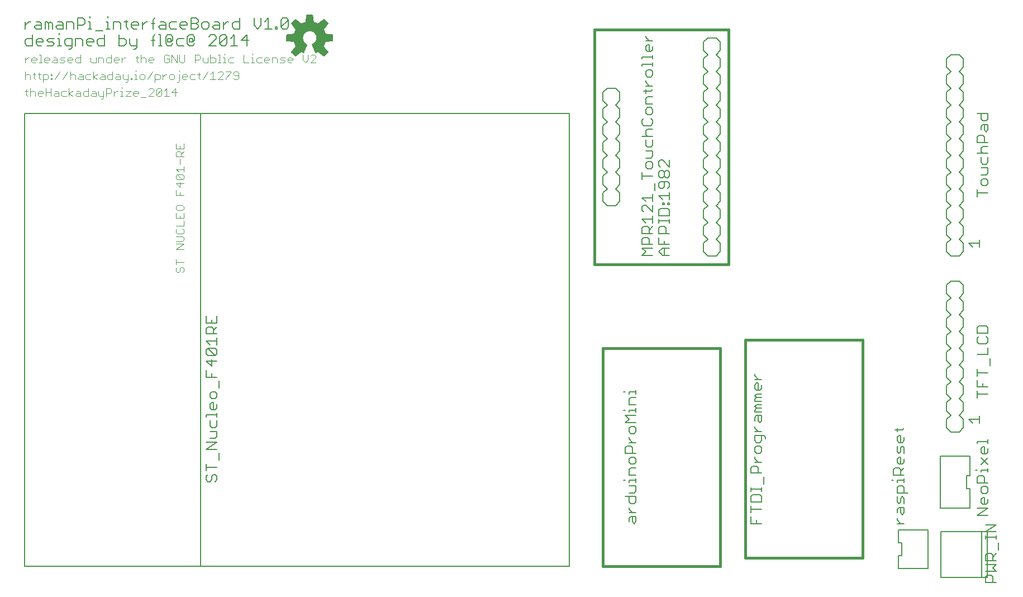
<source format=gto>
G75*
G70*
%OFA0B0*%
%FSLAX24Y24*%
%IPPOS*%
%LPD*%
%AMOC8*
5,1,8,0,0,1.08239X$1,22.5*
%
%ADD10C,0.0160*%
%ADD11C,0.0060*%
%ADD12C,0.0040*%
%ADD13C,0.0050*%
%ADD14C,0.0080*%
%ADD15C,0.0059*%
D10*
X035100Y020100D02*
X035100Y034100D01*
X043100Y034100D01*
X043100Y020100D01*
X035100Y020100D01*
X035600Y015100D02*
X035600Y002100D01*
X042600Y002100D01*
X042600Y015100D01*
X035600Y015100D01*
X044100Y015600D02*
X044100Y002600D01*
X051100Y002600D01*
X051100Y015600D01*
X044100Y015600D01*
D11*
X044643Y013544D02*
X044643Y013438D01*
X044856Y013224D01*
X044643Y013224D02*
X045070Y013224D01*
X044856Y013006D02*
X044750Y013006D01*
X044643Y012900D01*
X044643Y012686D01*
X044750Y012579D01*
X044963Y012579D01*
X045070Y012686D01*
X045070Y012900D01*
X044856Y013006D02*
X044856Y012579D01*
X044750Y012362D02*
X045070Y012362D01*
X045070Y012148D02*
X044750Y012148D01*
X044643Y012255D01*
X044750Y012362D01*
X044750Y012148D02*
X044643Y012042D01*
X044643Y011935D01*
X045070Y011935D01*
X045070Y011717D02*
X044750Y011717D01*
X044643Y011611D01*
X044750Y011504D01*
X045070Y011504D01*
X045070Y011290D02*
X044643Y011290D01*
X044643Y011397D01*
X044750Y011504D01*
X044750Y011073D02*
X045070Y011073D01*
X045070Y010753D01*
X044963Y010646D01*
X044856Y010753D01*
X044856Y011073D01*
X044750Y011073D02*
X044643Y010966D01*
X044643Y010753D01*
X044643Y010429D02*
X044643Y010322D01*
X044856Y010109D01*
X044643Y010109D02*
X045070Y010109D01*
X045070Y009891D02*
X045070Y009571D01*
X044963Y009464D01*
X044750Y009464D01*
X044643Y009571D01*
X044643Y009891D01*
X045177Y009891D01*
X045284Y009784D01*
X045284Y009678D01*
X044963Y009247D02*
X044750Y009247D01*
X044643Y009140D01*
X044643Y008926D01*
X044750Y008820D01*
X044963Y008820D01*
X045070Y008926D01*
X045070Y009140D01*
X044963Y009247D01*
X044643Y008603D02*
X044643Y008496D01*
X044856Y008282D01*
X044643Y008282D02*
X045070Y008282D01*
X044750Y008065D02*
X044856Y007958D01*
X044856Y007638D01*
X045070Y007638D02*
X044429Y007638D01*
X044429Y007958D01*
X044536Y008065D01*
X044750Y008065D01*
X045177Y007420D02*
X045177Y006993D01*
X045070Y006777D02*
X045070Y006564D01*
X045070Y006670D02*
X044429Y006670D01*
X044429Y006564D02*
X044429Y006777D01*
X044536Y006346D02*
X044429Y006239D01*
X044429Y005919D01*
X045070Y005919D01*
X045070Y006239D01*
X044963Y006346D01*
X044536Y006346D01*
X044429Y005702D02*
X044429Y005275D01*
X044429Y005488D02*
X045070Y005488D01*
X044429Y005057D02*
X044429Y004630D01*
X045070Y004630D01*
X044750Y004630D02*
X044750Y004844D01*
X037570Y004737D02*
X037463Y004630D01*
X037356Y004737D01*
X037356Y005057D01*
X037250Y005057D02*
X037570Y005057D01*
X037570Y004737D01*
X037143Y004737D02*
X037143Y004950D01*
X037250Y005057D01*
X037356Y005275D02*
X037143Y005488D01*
X037143Y005595D01*
X037250Y005812D02*
X037143Y005918D01*
X037143Y006239D01*
X036929Y006239D02*
X037570Y006239D01*
X037570Y005918D01*
X037463Y005812D01*
X037250Y005812D01*
X037143Y005275D02*
X037570Y005275D01*
X037463Y006456D02*
X037570Y006563D01*
X037570Y006883D01*
X037143Y006883D01*
X037143Y007101D02*
X037143Y007208D01*
X037570Y007208D01*
X037570Y007314D02*
X037570Y007101D01*
X036929Y007208D02*
X036823Y007208D01*
X037143Y007530D02*
X037143Y007851D01*
X037250Y007958D01*
X037570Y007958D01*
X037463Y008175D02*
X037570Y008282D01*
X037570Y008495D01*
X037463Y008602D01*
X037250Y008602D01*
X037143Y008495D01*
X037143Y008282D01*
X037250Y008175D01*
X037463Y008175D01*
X037570Y007530D02*
X037143Y007530D01*
X037143Y006456D02*
X037463Y006456D01*
X037356Y008820D02*
X037356Y009140D01*
X037250Y009247D01*
X037036Y009247D01*
X036929Y009140D01*
X036929Y008820D01*
X037570Y008820D01*
X037570Y009464D02*
X037143Y009464D01*
X037356Y009464D02*
X037143Y009678D01*
X037143Y009784D01*
X037250Y010001D02*
X037463Y010001D01*
X037570Y010108D01*
X037570Y010322D01*
X037463Y010428D01*
X037250Y010428D01*
X037143Y010322D01*
X037143Y010108D01*
X037250Y010001D01*
X037570Y010646D02*
X036929Y010646D01*
X037143Y010859D01*
X036929Y011073D01*
X037570Y011073D01*
X037570Y011290D02*
X037570Y011504D01*
X037570Y011397D02*
X037143Y011397D01*
X037143Y011290D01*
X036929Y011397D02*
X036823Y011397D01*
X037143Y011720D02*
X037143Y012040D01*
X037250Y012147D01*
X037570Y012147D01*
X037570Y012365D02*
X037570Y012578D01*
X037570Y012471D02*
X037143Y012471D01*
X037143Y012365D01*
X036929Y012471D02*
X036823Y012471D01*
X037143Y011720D02*
X037570Y011720D01*
X037929Y020630D02*
X038143Y020844D01*
X037929Y021057D01*
X038570Y021057D01*
X038570Y021275D02*
X037929Y021275D01*
X037929Y021595D01*
X038036Y021702D01*
X038250Y021702D01*
X038356Y021595D01*
X038356Y021275D01*
X038929Y021275D02*
X038929Y021702D01*
X038929Y021919D02*
X038929Y022239D01*
X039036Y022346D01*
X039250Y022346D01*
X039356Y022239D01*
X039356Y021919D01*
X039570Y021919D02*
X038929Y021919D01*
X038570Y021919D02*
X037929Y021919D01*
X037929Y022239D01*
X038036Y022346D01*
X038250Y022346D01*
X038356Y022239D01*
X038356Y021919D01*
X038356Y022133D02*
X038570Y022346D01*
X038570Y022564D02*
X038570Y022991D01*
X038570Y022777D02*
X037929Y022777D01*
X038143Y022564D01*
X038036Y023208D02*
X037929Y023315D01*
X037929Y023528D01*
X038036Y023635D01*
X038143Y023635D01*
X038570Y023208D01*
X038570Y023635D01*
X038570Y023853D02*
X038570Y024280D01*
X038570Y024066D02*
X037929Y024066D01*
X038143Y023853D01*
X038677Y024497D02*
X038677Y024924D01*
X038929Y024925D02*
X038929Y024711D01*
X039036Y024605D01*
X039143Y024605D01*
X039250Y024711D01*
X039250Y025032D01*
X039463Y025032D02*
X039036Y025032D01*
X038929Y024925D01*
X039036Y025249D02*
X039143Y025249D01*
X039250Y025356D01*
X039250Y025570D01*
X039356Y025676D01*
X039463Y025676D01*
X039570Y025570D01*
X039570Y025356D01*
X039463Y025249D01*
X039356Y025249D01*
X039250Y025356D01*
X039250Y025570D02*
X039143Y025676D01*
X039036Y025676D01*
X038929Y025570D01*
X038929Y025356D01*
X039036Y025249D01*
X038570Y025355D02*
X037929Y025355D01*
X037929Y025142D02*
X037929Y025569D01*
X038250Y025786D02*
X038143Y025893D01*
X038143Y026107D01*
X038250Y026213D01*
X038463Y026213D01*
X038570Y026107D01*
X038570Y025893D01*
X038463Y025786D01*
X038250Y025786D01*
X038929Y026001D02*
X039036Y025894D01*
X038929Y026001D02*
X038929Y026214D01*
X039036Y026321D01*
X039143Y026321D01*
X039570Y025894D01*
X039570Y026321D01*
X038570Y026538D02*
X038570Y026858D01*
X038143Y026858D01*
X038250Y027075D02*
X038143Y027182D01*
X038143Y027503D01*
X038250Y027720D02*
X038143Y027827D01*
X038143Y028040D01*
X038250Y028147D01*
X038570Y028147D01*
X038463Y028365D02*
X038570Y028471D01*
X038570Y028685D01*
X038463Y028792D01*
X038463Y029009D02*
X038570Y029116D01*
X038570Y029329D01*
X038463Y029436D01*
X038250Y029436D01*
X038143Y029329D01*
X038143Y029116D01*
X038250Y029009D01*
X038463Y029009D01*
X038036Y028792D02*
X037929Y028685D01*
X037929Y028471D01*
X038036Y028365D01*
X038463Y028365D01*
X038570Y027720D02*
X037929Y027720D01*
X038570Y027503D02*
X038570Y027182D01*
X038463Y027075D01*
X038250Y027075D01*
X038570Y026538D02*
X038463Y026431D01*
X038143Y026431D01*
X039463Y025032D02*
X039570Y024925D01*
X039570Y024711D01*
X039463Y024605D01*
X039570Y024387D02*
X039570Y023960D01*
X039570Y024174D02*
X038929Y024174D01*
X039143Y023960D01*
X039143Y023745D02*
X039250Y023745D01*
X039250Y023638D01*
X039143Y023638D01*
X039143Y023745D01*
X039463Y023745D02*
X039570Y023745D01*
X039570Y023638D01*
X039463Y023638D01*
X039463Y023745D01*
X039463Y023420D02*
X039036Y023420D01*
X038929Y023314D01*
X038929Y022993D01*
X039570Y022993D01*
X039570Y023314D01*
X039463Y023420D01*
X039570Y022777D02*
X039570Y022564D01*
X039570Y022670D02*
X038929Y022670D01*
X038929Y022564D02*
X038929Y022777D01*
X039250Y021488D02*
X039250Y021275D01*
X039250Y021057D02*
X039250Y020630D01*
X039143Y020630D02*
X038929Y020844D01*
X039143Y021057D01*
X039570Y021057D01*
X039570Y021275D02*
X038929Y021275D01*
X039143Y020630D02*
X039570Y020630D01*
X038570Y020630D02*
X037929Y020630D01*
X038143Y029654D02*
X038143Y029974D01*
X038250Y030081D01*
X038570Y030081D01*
X038463Y030405D02*
X038036Y030405D01*
X038143Y030298D02*
X038143Y030512D01*
X038143Y030728D02*
X038570Y030728D01*
X038356Y030728D02*
X038143Y030941D01*
X038143Y031048D01*
X038250Y031265D02*
X038143Y031372D01*
X038143Y031585D01*
X038250Y031692D01*
X038463Y031692D01*
X038570Y031585D01*
X038570Y031372D01*
X038463Y031265D01*
X038250Y031265D01*
X038570Y031910D02*
X038570Y032123D01*
X038570Y032016D02*
X037929Y032016D01*
X037929Y031910D01*
X037929Y032339D02*
X037929Y032446D01*
X038570Y032446D01*
X038570Y032339D02*
X038570Y032553D01*
X038463Y032769D02*
X038250Y032769D01*
X038143Y032876D01*
X038143Y033089D01*
X038250Y033196D01*
X038356Y033196D01*
X038356Y032769D01*
X038463Y032769D02*
X038570Y032876D01*
X038570Y033089D01*
X038570Y033414D02*
X038143Y033414D01*
X038143Y033627D02*
X038143Y033734D01*
X038143Y033627D02*
X038356Y033414D01*
X038570Y030512D02*
X038463Y030405D01*
X038570Y029654D02*
X038143Y029654D01*
X057429Y021344D02*
X057643Y021130D01*
X057429Y021344D02*
X058070Y021344D01*
X058070Y021557D02*
X058070Y021130D01*
X057929Y024130D02*
X057929Y024557D01*
X057929Y024344D02*
X058570Y024344D01*
X058463Y024775D02*
X058570Y024881D01*
X058570Y025095D01*
X058463Y025202D01*
X058250Y025202D01*
X058143Y025095D01*
X058143Y024881D01*
X058250Y024775D01*
X058463Y024775D01*
X058463Y025419D02*
X058570Y025526D01*
X058570Y025846D01*
X058143Y025846D01*
X058250Y026064D02*
X058463Y026064D01*
X058570Y026170D01*
X058570Y026491D01*
X058570Y026708D02*
X057929Y026708D01*
X058143Y026815D02*
X058143Y027028D01*
X058250Y027135D01*
X058570Y027135D01*
X058570Y027353D02*
X057929Y027353D01*
X057929Y027673D01*
X058036Y027780D01*
X058250Y027780D01*
X058356Y027673D01*
X058356Y027353D01*
X058143Y026815D02*
X058250Y026708D01*
X058143Y026491D02*
X058143Y026170D01*
X058250Y026064D01*
X058143Y025419D02*
X058463Y025419D01*
X058463Y027997D02*
X058356Y028104D01*
X058356Y028424D01*
X058250Y028424D02*
X058570Y028424D01*
X058570Y028104D01*
X058463Y027997D01*
X058143Y028104D02*
X058143Y028318D01*
X058250Y028424D01*
X058250Y028642D02*
X058143Y028749D01*
X058143Y029069D01*
X057929Y029069D02*
X058570Y029069D01*
X058570Y028749D01*
X058463Y028642D01*
X058250Y028642D01*
X058463Y016424D02*
X058036Y016424D01*
X057929Y016318D01*
X057929Y015997D01*
X058570Y015997D01*
X058570Y016318D01*
X058463Y016424D01*
X058463Y015780D02*
X058570Y015673D01*
X058570Y015460D01*
X058463Y015353D01*
X058036Y015353D01*
X057929Y015460D01*
X057929Y015673D01*
X058036Y015780D01*
X058570Y015135D02*
X058570Y014708D01*
X057929Y014708D01*
X058677Y014491D02*
X058677Y014064D01*
X058570Y013633D02*
X057929Y013633D01*
X057929Y013846D02*
X057929Y013419D01*
X057929Y013202D02*
X057929Y012775D01*
X058570Y012775D01*
X058250Y012775D02*
X058250Y012988D01*
X057929Y012557D02*
X057929Y012130D01*
X057929Y012344D02*
X058570Y012344D01*
X058070Y011057D02*
X058070Y010630D01*
X058070Y010844D02*
X057429Y010844D01*
X057643Y010630D01*
X058570Y009641D02*
X058570Y009427D01*
X058570Y009534D02*
X057929Y009534D01*
X057929Y009427D01*
X058250Y009209D02*
X058356Y009209D01*
X058356Y008782D01*
X058250Y008782D02*
X058143Y008889D01*
X058143Y009103D01*
X058250Y009209D01*
X058570Y009103D02*
X058570Y008889D01*
X058463Y008782D01*
X058250Y008782D01*
X058143Y008565D02*
X058570Y008138D01*
X058570Y007922D02*
X058570Y007708D01*
X058570Y007815D02*
X058143Y007815D01*
X058143Y007708D01*
X057929Y007815D02*
X057823Y007815D01*
X058036Y007491D02*
X057929Y007384D01*
X057929Y007064D01*
X058570Y007064D01*
X058356Y007064D02*
X058356Y007384D01*
X058250Y007491D01*
X058036Y007491D01*
X058143Y008138D02*
X058570Y008565D01*
X058463Y006846D02*
X058250Y006846D01*
X058143Y006739D01*
X058143Y006526D01*
X058250Y006419D01*
X058463Y006419D01*
X058570Y006526D01*
X058570Y006739D01*
X058463Y006846D01*
X058356Y006202D02*
X058356Y005775D01*
X058250Y005775D02*
X058143Y005881D01*
X058143Y006095D01*
X058250Y006202D01*
X058356Y006202D01*
X058570Y006095D02*
X058570Y005881D01*
X058463Y005775D01*
X058250Y005775D01*
X058570Y005557D02*
X057929Y005557D01*
X057929Y005130D02*
X058570Y005557D01*
X058570Y005130D02*
X057929Y005130D01*
X058429Y004565D02*
X059070Y004565D01*
X058429Y004138D01*
X059070Y004138D01*
X059070Y003922D02*
X059070Y003708D01*
X059070Y003815D02*
X058429Y003815D01*
X058429Y003708D02*
X058429Y003922D01*
X059177Y003491D02*
X059177Y003064D01*
X059070Y002846D02*
X058856Y002633D01*
X058856Y002739D02*
X058856Y002419D01*
X059070Y002419D02*
X058429Y002419D01*
X058429Y002739D01*
X058536Y002846D01*
X058750Y002846D01*
X058856Y002739D01*
X059070Y002202D02*
X058429Y002202D01*
X058856Y001988D02*
X059070Y002202D01*
X058856Y001988D02*
X059070Y001775D01*
X058429Y001775D01*
X058536Y001557D02*
X058429Y001450D01*
X058429Y001130D01*
X059070Y001130D01*
X058856Y001130D02*
X058856Y001450D01*
X058750Y001557D01*
X058536Y001557D01*
X053570Y004630D02*
X053143Y004630D01*
X053356Y004630D02*
X053143Y004844D01*
X053143Y004950D01*
X053143Y005274D02*
X053143Y005487D01*
X053250Y005594D01*
X053570Y005594D01*
X053570Y005274D01*
X053463Y005167D01*
X053356Y005274D01*
X053356Y005594D01*
X053250Y005812D02*
X053143Y005918D01*
X053143Y006239D01*
X053143Y006456D02*
X053143Y006776D01*
X053250Y006883D01*
X053463Y006883D01*
X053570Y006776D01*
X053570Y006456D01*
X053784Y006456D02*
X053143Y006456D01*
X053463Y006239D02*
X053356Y006132D01*
X053356Y005918D01*
X053250Y005812D01*
X053570Y005812D02*
X053570Y006132D01*
X053463Y006239D01*
X053570Y007101D02*
X053570Y007314D01*
X053570Y007208D02*
X053143Y007208D01*
X053143Y007101D01*
X052929Y007208D02*
X052823Y007208D01*
X052929Y007530D02*
X052929Y007851D01*
X053036Y007958D01*
X053250Y007958D01*
X053356Y007851D01*
X053356Y007530D01*
X053356Y007744D02*
X053570Y007958D01*
X053463Y008175D02*
X053250Y008175D01*
X053143Y008282D01*
X053143Y008495D01*
X053250Y008602D01*
X053356Y008602D01*
X053356Y008175D01*
X053463Y008175D02*
X053570Y008282D01*
X053570Y008495D01*
X053570Y008820D02*
X053570Y009140D01*
X053463Y009247D01*
X053356Y009140D01*
X053356Y008926D01*
X053250Y008820D01*
X053143Y008926D01*
X053143Y009247D01*
X053250Y009464D02*
X053143Y009571D01*
X053143Y009784D01*
X053250Y009891D01*
X053356Y009891D01*
X053356Y009464D01*
X053250Y009464D02*
X053463Y009464D01*
X053570Y009571D01*
X053570Y009784D01*
X053463Y010215D02*
X053036Y010215D01*
X053143Y010109D02*
X053143Y010322D01*
X053463Y010215D02*
X053570Y010322D01*
X053570Y007530D02*
X052929Y007530D01*
X012677Y008419D02*
X012677Y008846D01*
X012570Y009064D02*
X011929Y009064D01*
X012570Y009491D01*
X011929Y009491D01*
X012143Y009708D02*
X012463Y009708D01*
X012570Y009815D01*
X012570Y010135D01*
X012143Y010135D01*
X012250Y010353D02*
X012463Y010353D01*
X012570Y010460D01*
X012570Y010780D01*
X012570Y010997D02*
X012570Y011211D01*
X012570Y011104D02*
X011929Y011104D01*
X011929Y010997D01*
X012143Y010780D02*
X012143Y010460D01*
X012250Y010353D01*
X012250Y011427D02*
X012143Y011534D01*
X012143Y011747D01*
X012250Y011854D01*
X012356Y011854D01*
X012356Y011427D01*
X012250Y011427D02*
X012463Y011427D01*
X012570Y011534D01*
X012570Y011747D01*
X012463Y012072D02*
X012570Y012178D01*
X012570Y012392D01*
X012463Y012499D01*
X012250Y012499D01*
X012143Y012392D01*
X012143Y012178D01*
X012250Y012072D01*
X012463Y012072D01*
X012677Y012716D02*
X012677Y013143D01*
X012570Y013361D02*
X011929Y013361D01*
X011929Y013788D01*
X012250Y013574D02*
X012250Y013361D01*
X012250Y014005D02*
X012250Y014432D01*
X012463Y014650D02*
X012036Y015077D01*
X012463Y015077D01*
X012570Y014970D01*
X012570Y014757D01*
X012463Y014650D01*
X012036Y014650D01*
X011929Y014757D01*
X011929Y014970D01*
X012036Y015077D01*
X012143Y015294D02*
X011929Y015508D01*
X012570Y015508D01*
X012570Y015721D02*
X012570Y015294D01*
X012570Y015939D02*
X011929Y015939D01*
X011929Y016259D01*
X012036Y016366D01*
X012250Y016366D01*
X012356Y016259D01*
X012356Y015939D01*
X012356Y016152D02*
X012570Y016366D01*
X012570Y016583D02*
X012570Y017010D01*
X012250Y016797D02*
X012250Y016583D01*
X012570Y016583D02*
X011929Y016583D01*
X011929Y017010D01*
X011929Y014325D02*
X012250Y014005D01*
X012570Y014325D02*
X011929Y014325D01*
X011929Y008202D02*
X011929Y007775D01*
X011929Y007988D02*
X012570Y007988D01*
X012463Y007557D02*
X012570Y007450D01*
X012570Y007237D01*
X012463Y007130D01*
X012250Y007237D02*
X012250Y007450D01*
X012356Y007557D01*
X012463Y007557D01*
X012250Y007237D02*
X012143Y007130D01*
X012036Y007130D01*
X011929Y007237D01*
X011929Y007450D01*
X012036Y007557D01*
X007681Y032916D02*
X007574Y032916D01*
X007681Y032916D02*
X007788Y033023D01*
X007788Y033557D01*
X007788Y033130D02*
X007467Y033130D01*
X007361Y033237D01*
X007361Y033557D01*
X007143Y033450D02*
X007143Y033237D01*
X007036Y033130D01*
X006716Y033130D01*
X006716Y033771D01*
X006716Y033557D02*
X007036Y033557D01*
X007143Y033450D01*
X007252Y034130D02*
X007145Y034237D01*
X007145Y034664D01*
X007038Y034557D02*
X007252Y034557D01*
X007468Y034450D02*
X007575Y034557D01*
X007788Y034557D01*
X007895Y034450D01*
X007895Y034344D01*
X007468Y034344D01*
X007468Y034450D02*
X007468Y034237D01*
X007575Y034130D01*
X007788Y034130D01*
X008113Y034130D02*
X008113Y034557D01*
X008326Y034557D02*
X008433Y034557D01*
X008326Y034557D02*
X008113Y034344D01*
X008650Y034450D02*
X008863Y034450D01*
X008757Y034664D02*
X008757Y034130D01*
X009079Y034237D02*
X009186Y034344D01*
X009506Y034344D01*
X009506Y034450D02*
X009506Y034130D01*
X009186Y034130D01*
X009079Y034237D01*
X009186Y034557D02*
X009400Y034557D01*
X009506Y034450D01*
X009724Y034450D02*
X009831Y034557D01*
X010151Y034557D01*
X010369Y034450D02*
X010475Y034557D01*
X010689Y034557D01*
X010796Y034450D01*
X010796Y034344D01*
X010369Y034344D01*
X010369Y034450D02*
X010369Y034237D01*
X010475Y034130D01*
X010689Y034130D01*
X011013Y034130D02*
X011333Y034130D01*
X011440Y034237D01*
X011440Y034344D01*
X011333Y034450D01*
X011013Y034450D01*
X011013Y034130D02*
X011013Y034771D01*
X011333Y034771D01*
X011440Y034664D01*
X011440Y034557D01*
X011333Y034450D01*
X011658Y034450D02*
X011764Y034557D01*
X011978Y034557D01*
X012085Y034450D01*
X012085Y034237D01*
X011978Y034130D01*
X011764Y034130D01*
X011658Y034237D01*
X011658Y034450D01*
X012302Y034237D02*
X012409Y034130D01*
X012729Y034130D01*
X012729Y034450D01*
X012622Y034557D01*
X012409Y034557D01*
X012409Y034344D02*
X012729Y034344D01*
X012947Y034344D02*
X013160Y034557D01*
X013267Y034557D01*
X013484Y034450D02*
X013591Y034557D01*
X013911Y034557D01*
X013911Y034771D02*
X013911Y034130D01*
X013591Y034130D01*
X013484Y034237D01*
X013484Y034450D01*
X012947Y034557D02*
X012947Y034130D01*
X013052Y033771D02*
X013159Y033664D01*
X012732Y033237D01*
X012839Y033130D01*
X013052Y033130D01*
X013159Y033237D01*
X013159Y033664D01*
X013052Y033771D02*
X012839Y033771D01*
X012732Y033664D01*
X012732Y033237D01*
X012514Y033130D02*
X012087Y033130D01*
X012514Y033557D01*
X012514Y033664D01*
X012408Y033771D01*
X012194Y033771D01*
X012087Y033664D01*
X012302Y034237D02*
X012409Y034344D01*
X013376Y033557D02*
X013590Y033771D01*
X013590Y033130D01*
X013803Y033130D02*
X013376Y033130D01*
X014021Y033450D02*
X014448Y033450D01*
X014341Y033130D02*
X014341Y033771D01*
X014021Y033450D01*
X014773Y034344D02*
X014986Y034130D01*
X015200Y034344D01*
X015200Y034771D01*
X015418Y034557D02*
X015631Y034771D01*
X015631Y034130D01*
X015418Y034130D02*
X015845Y034130D01*
X016062Y034130D02*
X016169Y034130D01*
X016169Y034237D01*
X016062Y034237D01*
X016062Y034130D01*
X016384Y034237D02*
X016811Y034664D01*
X016811Y034237D01*
X016705Y034130D01*
X016491Y034130D01*
X016384Y034237D01*
X016384Y034664D01*
X016491Y034771D01*
X016705Y034771D01*
X016811Y034664D01*
X014773Y034771D02*
X014773Y034344D01*
X011225Y033664D02*
X011225Y033450D01*
X011119Y033344D01*
X011119Y033557D01*
X010905Y033557D01*
X010905Y033344D01*
X011119Y033344D01*
X011225Y033237D02*
X011119Y033130D01*
X010905Y033130D01*
X010798Y033237D01*
X010798Y033664D01*
X010905Y033771D01*
X011119Y033771D01*
X011225Y033664D01*
X010581Y033557D02*
X010260Y033557D01*
X010154Y033450D01*
X010154Y033237D01*
X010260Y033130D01*
X010581Y033130D01*
X009936Y033237D02*
X009829Y033130D01*
X009616Y033130D01*
X009509Y033237D01*
X009509Y033664D01*
X009616Y033771D01*
X009829Y033771D01*
X009936Y033664D01*
X009936Y033450D01*
X009829Y033344D01*
X009829Y033557D01*
X009616Y033557D01*
X009616Y033344D01*
X009829Y033344D01*
X009293Y033130D02*
X009079Y033130D01*
X009186Y033130D02*
X009186Y033771D01*
X009079Y033771D01*
X008863Y033771D02*
X008757Y033664D01*
X008757Y033130D01*
X008650Y033450D02*
X008863Y033450D01*
X009724Y034237D02*
X009831Y034130D01*
X010151Y034130D01*
X009724Y034237D02*
X009724Y034450D01*
X008863Y034771D02*
X008757Y034664D01*
X006821Y034450D02*
X006821Y034130D01*
X006821Y034450D02*
X006714Y034557D01*
X006394Y034557D01*
X006394Y034130D01*
X006178Y034130D02*
X005964Y034130D01*
X006071Y034130D02*
X006071Y034557D01*
X005964Y034557D01*
X006071Y034771D02*
X006071Y034877D01*
X004997Y034877D02*
X004997Y034771D01*
X004997Y034557D02*
X004997Y034130D01*
X005103Y034130D02*
X004890Y034130D01*
X004672Y034450D02*
X004566Y034344D01*
X004245Y034344D01*
X004245Y034130D02*
X004245Y034771D01*
X004566Y034771D01*
X004672Y034664D01*
X004672Y034450D01*
X004890Y034557D02*
X004997Y034557D01*
X005320Y034023D02*
X005747Y034023D01*
X005854Y033771D02*
X005854Y033130D01*
X005534Y033130D01*
X005427Y033237D01*
X005427Y033450D01*
X005534Y033557D01*
X005854Y033557D01*
X005209Y033450D02*
X005209Y033344D01*
X004782Y033344D01*
X004782Y033450D02*
X004782Y033237D01*
X004889Y033130D01*
X005103Y033130D01*
X005209Y033450D02*
X005103Y033557D01*
X004889Y033557D01*
X004782Y033450D01*
X004565Y033450D02*
X004565Y033130D01*
X004565Y033450D02*
X004458Y033557D01*
X004138Y033557D01*
X004138Y033130D01*
X003920Y033130D02*
X003600Y033130D01*
X003493Y033237D01*
X003493Y033450D01*
X003600Y033557D01*
X003920Y033557D01*
X003920Y033023D01*
X003814Y032916D01*
X003707Y032916D01*
X003277Y033130D02*
X003064Y033130D01*
X003170Y033130D02*
X003170Y033557D01*
X003064Y033557D01*
X002846Y033557D02*
X002526Y033557D01*
X002419Y033450D01*
X002526Y033344D01*
X002739Y033344D01*
X002846Y033237D01*
X002739Y033130D01*
X002419Y033130D01*
X002202Y033344D02*
X002202Y033450D01*
X002095Y033557D01*
X001881Y033557D01*
X001775Y033450D01*
X001775Y033237D01*
X001881Y033130D01*
X002095Y033130D01*
X002202Y033344D02*
X001775Y033344D01*
X001557Y033557D02*
X001237Y033557D01*
X001130Y033450D01*
X001130Y033237D01*
X001237Y033130D01*
X001557Y033130D01*
X001557Y033771D01*
X001774Y034130D02*
X001667Y034237D01*
X001774Y034344D01*
X002094Y034344D01*
X002094Y034450D02*
X002094Y034130D01*
X001774Y034130D01*
X002094Y034450D02*
X001987Y034557D01*
X001774Y034557D01*
X001450Y034557D02*
X001344Y034557D01*
X001130Y034344D01*
X001130Y034557D02*
X001130Y034130D01*
X002312Y034130D02*
X002312Y034557D01*
X002418Y034557D01*
X002525Y034450D01*
X002632Y034557D01*
X002739Y034450D01*
X002739Y034130D01*
X002525Y034130D02*
X002525Y034450D01*
X002956Y034237D02*
X003063Y034344D01*
X003383Y034344D01*
X003383Y034450D02*
X003383Y034130D01*
X003063Y034130D01*
X002956Y034237D01*
X003063Y034557D02*
X003276Y034557D01*
X003383Y034450D01*
X003601Y034557D02*
X003601Y034130D01*
X004028Y034130D02*
X004028Y034450D01*
X003921Y034557D01*
X003601Y034557D01*
X003170Y033877D02*
X003170Y033771D01*
D12*
X003268Y032427D02*
X003499Y032427D01*
X003652Y032350D02*
X003729Y032427D01*
X003882Y032427D01*
X003959Y032350D01*
X003959Y032273D01*
X003652Y032273D01*
X003652Y032197D02*
X003652Y032350D01*
X003652Y032197D02*
X003729Y032120D01*
X003882Y032120D01*
X004113Y032197D02*
X004113Y032350D01*
X004189Y032427D01*
X004419Y032427D01*
X004419Y032580D02*
X004419Y032120D01*
X004189Y032120D01*
X004113Y032197D01*
X003499Y032197D02*
X003422Y032273D01*
X003268Y032273D01*
X003192Y032350D01*
X003268Y032427D01*
X003038Y032350D02*
X003038Y032120D01*
X002808Y032120D01*
X002731Y032197D01*
X002808Y032273D01*
X003038Y032273D01*
X003038Y032350D02*
X002962Y032427D01*
X002808Y032427D01*
X002578Y032350D02*
X002501Y032427D01*
X002348Y032427D01*
X002271Y032350D01*
X002271Y032197D01*
X002348Y032120D01*
X002501Y032120D01*
X002578Y032273D02*
X002271Y032273D01*
X002118Y032120D02*
X001964Y032120D01*
X002041Y032120D02*
X002041Y032580D01*
X001964Y032580D01*
X001811Y032350D02*
X001811Y032273D01*
X001504Y032273D01*
X001504Y032197D02*
X001504Y032350D01*
X001580Y032427D01*
X001734Y032427D01*
X001811Y032350D01*
X001734Y032120D02*
X001580Y032120D01*
X001504Y032197D01*
X001350Y032427D02*
X001273Y032427D01*
X001120Y032273D01*
X001120Y032120D02*
X001120Y032427D01*
X001120Y031580D02*
X001120Y031120D01*
X001120Y031350D02*
X001197Y031427D01*
X001350Y031427D01*
X001427Y031350D01*
X001427Y031120D01*
X001657Y031197D02*
X001734Y031120D01*
X001657Y031197D02*
X001657Y031504D01*
X001580Y031427D02*
X001734Y031427D01*
X001887Y031427D02*
X002041Y031427D01*
X001964Y031504D02*
X001964Y031197D01*
X002041Y031120D01*
X002194Y031120D02*
X002424Y031120D01*
X002501Y031197D01*
X002501Y031350D01*
X002424Y031427D01*
X002194Y031427D01*
X002194Y030967D01*
X002655Y031120D02*
X002655Y031197D01*
X002731Y031197D01*
X002731Y031120D01*
X002655Y031120D01*
X002885Y031120D02*
X003192Y031580D01*
X003652Y031580D02*
X003345Y031120D01*
X003806Y031120D02*
X003806Y031580D01*
X003882Y031427D02*
X004036Y031427D01*
X004113Y031350D01*
X004113Y031120D01*
X004266Y031197D02*
X004343Y031273D01*
X004573Y031273D01*
X004573Y031350D02*
X004573Y031120D01*
X004343Y031120D01*
X004266Y031197D01*
X004343Y031427D02*
X004496Y031427D01*
X004573Y031350D01*
X004726Y031350D02*
X004726Y031197D01*
X004803Y031120D01*
X005033Y031120D01*
X005187Y031120D02*
X005187Y031580D01*
X005033Y031427D02*
X004803Y031427D01*
X004726Y031350D01*
X005187Y031273D02*
X005417Y031427D01*
X005647Y031427D02*
X005801Y031427D01*
X005877Y031350D01*
X005877Y031120D01*
X005647Y031120D01*
X005570Y031197D01*
X005647Y031273D01*
X005877Y031273D01*
X006031Y031197D02*
X006031Y031350D01*
X006108Y031427D01*
X006338Y031427D01*
X006338Y031580D02*
X006338Y031120D01*
X006108Y031120D01*
X006031Y031197D01*
X006491Y031197D02*
X006568Y031273D01*
X006798Y031273D01*
X006798Y031350D02*
X006798Y031120D01*
X006568Y031120D01*
X006491Y031197D01*
X006568Y031427D02*
X006721Y031427D01*
X006798Y031350D01*
X006952Y031427D02*
X006952Y031197D01*
X007028Y031120D01*
X007259Y031120D01*
X007259Y031043D02*
X007182Y030967D01*
X007105Y030967D01*
X007259Y031043D02*
X007259Y031427D01*
X007412Y031197D02*
X007489Y031197D01*
X007489Y031120D01*
X007412Y031120D01*
X007412Y031197D01*
X007642Y031120D02*
X007796Y031120D01*
X007719Y031120D02*
X007719Y031427D01*
X007642Y031427D01*
X007719Y031580D02*
X007719Y031657D01*
X007949Y031350D02*
X007949Y031197D01*
X008026Y031120D01*
X008179Y031120D01*
X008256Y031197D01*
X008256Y031350D01*
X008179Y031427D01*
X008026Y031427D01*
X007949Y031350D01*
X008410Y031120D02*
X008716Y031580D01*
X008870Y031427D02*
X009100Y031427D01*
X009177Y031350D01*
X009177Y031197D01*
X009100Y031120D01*
X008870Y031120D01*
X008870Y030967D02*
X008870Y031427D01*
X009330Y031427D02*
X009330Y031120D01*
X009330Y031273D02*
X009484Y031427D01*
X009561Y031427D01*
X009714Y031350D02*
X009714Y031197D01*
X009791Y031120D01*
X009944Y031120D01*
X010021Y031197D01*
X010021Y031350D01*
X009944Y031427D01*
X009791Y031427D01*
X009714Y031350D01*
X010174Y030967D02*
X010251Y030967D01*
X010328Y031043D01*
X010328Y031427D01*
X010328Y031580D02*
X010328Y031657D01*
X010558Y031427D02*
X010712Y031427D01*
X010788Y031350D01*
X010788Y031273D01*
X010481Y031273D01*
X010481Y031197D02*
X010481Y031350D01*
X010558Y031427D01*
X010481Y031197D02*
X010558Y031120D01*
X010712Y031120D01*
X010942Y031197D02*
X010942Y031350D01*
X011018Y031427D01*
X011249Y031427D01*
X011402Y031427D02*
X011556Y031427D01*
X011479Y031504D02*
X011479Y031197D01*
X011556Y031120D01*
X011709Y031120D02*
X012016Y031580D01*
X012169Y031427D02*
X012323Y031580D01*
X012323Y031120D01*
X012476Y031120D02*
X012169Y031120D01*
X012630Y031120D02*
X012937Y031427D01*
X012937Y031504D01*
X012860Y031580D01*
X012707Y031580D01*
X012630Y031504D01*
X012630Y031120D02*
X012937Y031120D01*
X013090Y031120D02*
X013090Y031197D01*
X013397Y031504D01*
X013397Y031580D01*
X013090Y031580D01*
X013551Y031504D02*
X013551Y031427D01*
X013627Y031350D01*
X013858Y031350D01*
X013858Y031197D02*
X013858Y031504D01*
X013781Y031580D01*
X013627Y031580D01*
X013551Y031504D01*
X013551Y031197D02*
X013627Y031120D01*
X013781Y031120D01*
X013858Y031197D01*
X014164Y032120D02*
X014471Y032120D01*
X014625Y032120D02*
X014778Y032120D01*
X014702Y032120D02*
X014702Y032427D01*
X014625Y032427D01*
X014702Y032580D02*
X014702Y032657D01*
X015009Y032427D02*
X014932Y032350D01*
X014932Y032197D01*
X015009Y032120D01*
X015239Y032120D01*
X015392Y032197D02*
X015392Y032350D01*
X015469Y032427D01*
X015622Y032427D01*
X015699Y032350D01*
X015699Y032273D01*
X015392Y032273D01*
X015392Y032197D02*
X015469Y032120D01*
X015622Y032120D01*
X015853Y032120D02*
X015853Y032427D01*
X016083Y032427D01*
X016159Y032350D01*
X016159Y032120D01*
X016313Y032120D02*
X016543Y032120D01*
X016620Y032197D01*
X016543Y032273D01*
X016390Y032273D01*
X016313Y032350D01*
X016390Y032427D01*
X016620Y032427D01*
X016773Y032350D02*
X016850Y032427D01*
X017004Y032427D01*
X017080Y032350D01*
X017080Y032273D01*
X016773Y032273D01*
X016773Y032197D02*
X016773Y032350D01*
X016773Y032197D02*
X016850Y032120D01*
X017004Y032120D01*
X017694Y032273D02*
X017694Y032580D01*
X017694Y032273D02*
X017848Y032120D01*
X018001Y032273D01*
X018001Y032580D01*
X018155Y032504D02*
X018231Y032580D01*
X018385Y032580D01*
X018461Y032504D01*
X018461Y032427D01*
X018155Y032120D01*
X018461Y032120D01*
X015239Y032427D02*
X015009Y032427D01*
X014164Y032580D02*
X014164Y032120D01*
X013551Y032120D02*
X013320Y032120D01*
X013244Y032197D01*
X013244Y032350D01*
X013320Y032427D01*
X013551Y032427D01*
X013013Y032427D02*
X013013Y032120D01*
X012937Y032120D02*
X013090Y032120D01*
X012783Y032120D02*
X012630Y032120D01*
X012707Y032120D02*
X012707Y032580D01*
X012630Y032580D01*
X012476Y032350D02*
X012400Y032427D01*
X012169Y032427D01*
X012016Y032427D02*
X012016Y032120D01*
X011786Y032120D01*
X011709Y032197D01*
X011709Y032427D01*
X011556Y032504D02*
X011556Y032350D01*
X011479Y032273D01*
X011249Y032273D01*
X011249Y032120D02*
X011249Y032580D01*
X011479Y032580D01*
X011556Y032504D01*
X012169Y032580D02*
X012169Y032120D01*
X012400Y032120D01*
X012476Y032197D01*
X012476Y032350D01*
X012937Y032427D02*
X013013Y032427D01*
X013013Y032580D02*
X013013Y032657D01*
X011249Y031120D02*
X011018Y031120D01*
X010942Y031197D01*
X010098Y030580D02*
X009867Y030350D01*
X010174Y030350D01*
X010098Y030120D02*
X010098Y030580D01*
X009561Y030580D02*
X009561Y030120D01*
X009714Y030120D02*
X009407Y030120D01*
X009254Y030197D02*
X009177Y030120D01*
X009023Y030120D01*
X008947Y030197D01*
X009254Y030504D01*
X009254Y030197D01*
X009407Y030427D02*
X009561Y030580D01*
X009254Y030504D02*
X009177Y030580D01*
X009023Y030580D01*
X008947Y030504D01*
X008947Y030197D01*
X008793Y030120D02*
X008486Y030120D01*
X008793Y030427D01*
X008793Y030504D01*
X008716Y030580D01*
X008563Y030580D01*
X008486Y030504D01*
X008333Y030043D02*
X008026Y030043D01*
X007796Y030120D02*
X007642Y030120D01*
X007565Y030197D01*
X007565Y030350D01*
X007642Y030427D01*
X007796Y030427D01*
X007872Y030350D01*
X007872Y030273D01*
X007565Y030273D01*
X007412Y030120D02*
X007105Y030120D01*
X007412Y030427D01*
X007105Y030427D01*
X006875Y030427D02*
X006875Y030120D01*
X006798Y030120D02*
X006952Y030120D01*
X006875Y030427D02*
X006798Y030427D01*
X006645Y030427D02*
X006568Y030427D01*
X006415Y030273D01*
X006415Y030120D02*
X006415Y030427D01*
X006261Y030504D02*
X006261Y030350D01*
X006184Y030273D01*
X005954Y030273D01*
X005954Y030120D02*
X005954Y030580D01*
X006184Y030580D01*
X006261Y030504D01*
X005801Y030427D02*
X005801Y030043D01*
X005724Y029967D01*
X005647Y029967D01*
X005570Y030120D02*
X005801Y030120D01*
X005570Y030120D02*
X005494Y030197D01*
X005494Y030427D01*
X005340Y030350D02*
X005340Y030120D01*
X005110Y030120D01*
X005033Y030197D01*
X005110Y030273D01*
X005340Y030273D01*
X005340Y030350D02*
X005264Y030427D01*
X005110Y030427D01*
X004880Y030427D02*
X004650Y030427D01*
X004573Y030350D01*
X004573Y030197D01*
X004650Y030120D01*
X004880Y030120D01*
X004880Y030580D01*
X004419Y030350D02*
X004419Y030120D01*
X004189Y030120D01*
X004113Y030197D01*
X004189Y030273D01*
X004419Y030273D01*
X004419Y030350D02*
X004343Y030427D01*
X004189Y030427D01*
X003959Y030427D02*
X003729Y030273D01*
X003959Y030120D01*
X003729Y030120D02*
X003729Y030580D01*
X003575Y030427D02*
X003345Y030427D01*
X003268Y030350D01*
X003268Y030197D01*
X003345Y030120D01*
X003575Y030120D01*
X003115Y030120D02*
X002885Y030120D01*
X002808Y030197D01*
X002885Y030273D01*
X003115Y030273D01*
X003115Y030350D02*
X003115Y030120D01*
X003115Y030350D02*
X003038Y030427D01*
X002885Y030427D01*
X002655Y030350D02*
X002348Y030350D01*
X002194Y030350D02*
X002194Y030273D01*
X001887Y030273D01*
X001887Y030197D02*
X001887Y030350D01*
X001964Y030427D01*
X002118Y030427D01*
X002194Y030350D01*
X002118Y030120D02*
X001964Y030120D01*
X001887Y030197D01*
X001734Y030120D02*
X001734Y030350D01*
X001657Y030427D01*
X001504Y030427D01*
X001427Y030350D01*
X001273Y030427D02*
X001120Y030427D01*
X001197Y030504D02*
X001197Y030197D01*
X001273Y030120D01*
X001427Y030120D02*
X001427Y030580D01*
X002348Y030580D02*
X002348Y030120D01*
X002655Y030120D02*
X002655Y030580D01*
X002655Y031350D02*
X002655Y031427D01*
X002731Y031427D01*
X002731Y031350D01*
X002655Y031350D01*
X002578Y032273D02*
X002578Y032350D01*
X003192Y032120D02*
X003422Y032120D01*
X003499Y032197D01*
X003882Y031427D02*
X003806Y031350D01*
X005187Y031273D02*
X005417Y031120D01*
X006875Y030657D02*
X006875Y030580D01*
X006875Y032120D02*
X006875Y032427D01*
X007028Y032427D02*
X007105Y032427D01*
X007028Y032427D02*
X006875Y032273D01*
X006721Y032273D02*
X006415Y032273D01*
X006415Y032197D02*
X006415Y032350D01*
X006491Y032427D01*
X006645Y032427D01*
X006721Y032350D01*
X006721Y032273D01*
X006645Y032120D02*
X006491Y032120D01*
X006415Y032197D01*
X006261Y032120D02*
X006031Y032120D01*
X005954Y032197D01*
X005954Y032350D01*
X006031Y032427D01*
X006261Y032427D01*
X006261Y032580D02*
X006261Y032120D01*
X005801Y032120D02*
X005801Y032350D01*
X005724Y032427D01*
X005494Y032427D01*
X005494Y032120D01*
X005340Y032120D02*
X005340Y032427D01*
X005033Y032427D02*
X005033Y032197D01*
X005110Y032120D01*
X005340Y032120D01*
X007719Y032427D02*
X007872Y032427D01*
X007796Y032504D02*
X007796Y032197D01*
X007872Y032120D01*
X008026Y032120D02*
X008026Y032580D01*
X008103Y032427D02*
X008256Y032427D01*
X008333Y032350D01*
X008333Y032120D01*
X008486Y032197D02*
X008486Y032350D01*
X008563Y032427D01*
X008716Y032427D01*
X008793Y032350D01*
X008793Y032273D01*
X008486Y032273D01*
X008486Y032197D02*
X008563Y032120D01*
X008716Y032120D01*
X008103Y032427D02*
X008026Y032350D01*
X009407Y032197D02*
X009484Y032120D01*
X009637Y032120D01*
X009714Y032197D01*
X009714Y032350D01*
X009561Y032350D01*
X009714Y032504D02*
X009637Y032580D01*
X009484Y032580D01*
X009407Y032504D01*
X009407Y032197D01*
X009867Y032120D02*
X009867Y032580D01*
X010174Y032120D01*
X010174Y032580D01*
X010328Y032580D02*
X010328Y032197D01*
X010405Y032120D01*
X010558Y032120D01*
X010635Y032197D01*
X010635Y032580D01*
X010580Y027293D02*
X010580Y026986D01*
X010120Y026986D01*
X010120Y027293D01*
X010350Y027140D02*
X010350Y026986D01*
X010350Y026833D02*
X010427Y026756D01*
X010427Y026526D01*
X010580Y026526D02*
X010120Y026526D01*
X010120Y026756D01*
X010196Y026833D01*
X010350Y026833D01*
X010427Y026679D02*
X010580Y026833D01*
X010350Y026372D02*
X010350Y026065D01*
X010580Y025912D02*
X010580Y025605D01*
X010580Y025759D02*
X010120Y025759D01*
X010273Y025605D01*
X010196Y025452D02*
X010503Y025145D01*
X010580Y025221D01*
X010580Y025375D01*
X010503Y025452D01*
X010196Y025452D01*
X010120Y025375D01*
X010120Y025221D01*
X010196Y025145D01*
X010503Y025145D01*
X010350Y024991D02*
X010350Y024684D01*
X010120Y024915D01*
X010580Y024915D01*
X010350Y024377D02*
X010350Y024224D01*
X010580Y024224D02*
X010120Y024224D01*
X010120Y024531D01*
X010196Y023610D02*
X010120Y023533D01*
X010120Y023380D01*
X010196Y023303D01*
X010503Y023303D01*
X010580Y023380D01*
X010580Y023533D01*
X010503Y023610D01*
X010196Y023610D01*
X010120Y023150D02*
X010120Y022843D01*
X010580Y022843D01*
X010580Y023150D01*
X010350Y022996D02*
X010350Y022843D01*
X010580Y022689D02*
X010580Y022382D01*
X010120Y022382D01*
X010196Y022229D02*
X010120Y022152D01*
X010120Y021999D01*
X010196Y021922D01*
X010503Y021922D01*
X010580Y021999D01*
X010580Y022152D01*
X010503Y022229D01*
X010503Y021768D02*
X010120Y021768D01*
X010120Y021462D02*
X010503Y021462D01*
X010580Y021538D01*
X010580Y021692D01*
X010503Y021768D01*
X010580Y021308D02*
X010120Y021308D01*
X010120Y021001D02*
X010580Y021308D01*
X010580Y021001D02*
X010120Y021001D01*
X010120Y020387D02*
X010120Y020080D01*
X010120Y020234D02*
X010580Y020234D01*
X010503Y019927D02*
X010580Y019850D01*
X010580Y019697D01*
X010503Y019620D01*
X010350Y019697D02*
X010350Y019850D01*
X010427Y019927D01*
X010503Y019927D01*
X010350Y019697D02*
X010273Y019620D01*
X010196Y019620D01*
X010120Y019697D01*
X010120Y019850D01*
X010196Y019927D01*
D13*
X001100Y029100D02*
X001100Y002100D01*
X011600Y002100D01*
X011600Y029100D01*
X001100Y029100D01*
X011600Y029100D02*
X033600Y029100D01*
X033600Y002100D01*
X011600Y002100D01*
D14*
X041600Y020850D02*
X041850Y020600D01*
X042350Y020600D01*
X042600Y020850D01*
X042600Y021350D01*
X042350Y021600D01*
X042600Y021850D01*
X042600Y022350D01*
X042350Y022600D01*
X042600Y022850D01*
X042600Y023350D01*
X042350Y023600D01*
X042600Y023850D01*
X042600Y024350D01*
X042350Y024600D01*
X042600Y024850D01*
X042600Y025350D01*
X042350Y025600D01*
X042600Y025850D01*
X042600Y026350D01*
X042350Y026600D01*
X042600Y026850D01*
X042600Y027350D01*
X042350Y027600D01*
X042600Y027850D01*
X042600Y028350D01*
X042350Y028600D01*
X042600Y028850D01*
X042600Y029350D01*
X042350Y029600D01*
X042600Y029850D01*
X042600Y030350D01*
X042350Y030600D01*
X042600Y030850D01*
X042600Y031350D01*
X042350Y031600D01*
X042600Y031850D01*
X042600Y032350D01*
X042350Y032600D01*
X042600Y032850D01*
X042600Y033350D01*
X042350Y033600D01*
X041850Y033600D01*
X041600Y033350D01*
X041600Y032850D01*
X041850Y032600D01*
X041600Y032350D01*
X041600Y031850D01*
X041850Y031600D01*
X041600Y031350D01*
X041600Y030850D01*
X041850Y030600D01*
X041600Y030350D01*
X041600Y029850D01*
X041850Y029600D01*
X041600Y029350D01*
X041600Y028850D01*
X041850Y028600D01*
X041600Y028350D01*
X041600Y027850D01*
X041850Y027600D01*
X041600Y027350D01*
X041600Y026850D01*
X041850Y026600D01*
X041600Y026350D01*
X041600Y025850D01*
X041850Y025600D01*
X041600Y025350D01*
X041600Y024850D01*
X041850Y024600D01*
X041600Y024350D01*
X041600Y023850D01*
X041850Y023600D01*
X041600Y023350D01*
X041600Y022850D01*
X041850Y022600D01*
X041600Y022350D01*
X041600Y021850D01*
X041850Y021600D01*
X041600Y021350D01*
X041600Y020850D01*
X036600Y023850D02*
X036600Y024350D01*
X036350Y024600D01*
X036600Y024850D01*
X036600Y025350D01*
X036350Y025600D01*
X036600Y025850D01*
X036600Y026350D01*
X036350Y026600D01*
X036600Y026850D01*
X036600Y027350D01*
X036350Y027600D01*
X036600Y027850D01*
X036600Y028350D01*
X036350Y028600D01*
X036600Y028850D01*
X036600Y029350D01*
X036350Y029600D01*
X036600Y029850D01*
X036600Y030350D01*
X036350Y030600D01*
X035850Y030600D01*
X035600Y030350D01*
X035600Y029850D01*
X035850Y029600D01*
X035600Y029350D01*
X035600Y028850D01*
X035850Y028600D01*
X035600Y028350D01*
X035600Y027850D01*
X035850Y027600D01*
X035600Y027350D01*
X035600Y026850D01*
X035850Y026600D01*
X035600Y026350D01*
X035600Y025850D01*
X035850Y025600D01*
X035600Y025350D01*
X035600Y024850D01*
X035850Y024600D01*
X035600Y024350D01*
X035600Y023850D01*
X035850Y023600D01*
X036350Y023600D01*
X036600Y023850D01*
X056100Y023850D02*
X056350Y023600D01*
X056100Y023350D01*
X056100Y022850D01*
X056350Y022600D01*
X056100Y022350D01*
X056100Y021850D01*
X056350Y021600D01*
X056100Y021350D01*
X056100Y020850D01*
X056350Y020600D01*
X056850Y020600D01*
X057100Y020850D01*
X057100Y021350D01*
X056850Y021600D01*
X057100Y021850D01*
X057100Y022350D01*
X056850Y022600D01*
X057100Y022850D01*
X057100Y023350D01*
X056850Y023600D01*
X057100Y023850D01*
X057100Y024350D01*
X056850Y024600D01*
X057100Y024850D01*
X057100Y025350D01*
X056850Y025600D01*
X057100Y025850D01*
X057100Y026350D01*
X056850Y026600D01*
X057100Y026850D01*
X057100Y027350D01*
X056850Y027600D01*
X057100Y027850D01*
X057100Y028350D01*
X056850Y028600D01*
X057100Y028850D01*
X057100Y029350D01*
X056850Y029600D01*
X057100Y029850D01*
X057100Y030350D01*
X056850Y030600D01*
X057100Y030850D01*
X057100Y031350D01*
X056850Y031600D01*
X057100Y031850D01*
X057100Y032350D01*
X056850Y032600D01*
X056350Y032600D01*
X056100Y032350D01*
X056100Y031850D01*
X056350Y031600D01*
X056100Y031350D01*
X056100Y030850D01*
X056350Y030600D01*
X056100Y030350D01*
X056100Y029850D01*
X056350Y029600D01*
X056100Y029350D01*
X056100Y028850D01*
X056350Y028600D01*
X056100Y028350D01*
X056100Y027850D01*
X056350Y027600D01*
X056100Y027350D01*
X056100Y026850D01*
X056350Y026600D01*
X056100Y026350D01*
X056100Y025850D01*
X056350Y025600D01*
X056100Y025350D01*
X056100Y024850D01*
X056350Y024600D01*
X056100Y024350D01*
X056100Y023850D01*
X056350Y019100D02*
X056100Y018850D01*
X056100Y018350D01*
X056350Y018100D01*
X056100Y017850D01*
X056100Y017350D01*
X056350Y017100D01*
X056100Y016850D01*
X056100Y016350D01*
X056350Y016100D01*
X056100Y015850D01*
X056100Y015350D01*
X056350Y015100D01*
X056100Y014850D01*
X056100Y014350D01*
X056350Y014100D01*
X056100Y013850D01*
X056100Y013350D01*
X056350Y013100D01*
X056100Y012850D01*
X056100Y012350D01*
X056350Y012100D01*
X056100Y011850D01*
X056100Y011350D01*
X056350Y011100D01*
X056100Y010850D01*
X056100Y010350D01*
X056350Y010100D01*
X056850Y010100D01*
X057100Y010350D01*
X057100Y010850D01*
X056850Y011100D01*
X057100Y011350D01*
X057100Y011850D01*
X056850Y012100D01*
X057100Y012350D01*
X057100Y012850D01*
X056850Y013100D01*
X057100Y013350D01*
X057100Y013850D01*
X056850Y014100D01*
X057100Y014350D01*
X057100Y014850D01*
X056850Y015100D01*
X057100Y015350D01*
X057100Y015850D01*
X056850Y016100D01*
X057100Y016350D01*
X057100Y016850D01*
X056850Y017100D01*
X057100Y017350D01*
X057100Y017850D01*
X056850Y018100D01*
X057100Y018350D01*
X057100Y018850D01*
X056850Y019100D01*
X056350Y019100D01*
X055714Y008655D02*
X057486Y008655D01*
X057486Y007494D01*
X057289Y007494D01*
X057289Y006706D01*
X057486Y006706D01*
X057486Y005545D01*
X055714Y005545D01*
X055714Y008655D01*
X054986Y004261D02*
X053214Y004261D01*
X053214Y003494D01*
X053411Y003494D01*
X053411Y002706D01*
X053214Y002706D01*
X053214Y001939D01*
X054986Y001939D01*
X054986Y004261D01*
X055761Y004167D02*
X058202Y004167D01*
X058202Y001411D01*
X055761Y001411D01*
X055761Y004167D01*
X058202Y004167D02*
X058517Y004167D01*
X058517Y001411D01*
X058202Y001411D01*
D15*
X019186Y032752D02*
X018948Y032514D01*
X018602Y032797D01*
X018534Y032758D01*
X018463Y032725D01*
X018265Y033202D01*
X018336Y033240D01*
X018399Y033290D01*
X018452Y033352D01*
X018492Y033422D01*
X018518Y033498D01*
X018530Y033578D01*
X018527Y033659D01*
X018508Y033737D01*
X018475Y033811D01*
X018429Y033877D01*
X018372Y033934D01*
X018305Y033979D01*
X018230Y034010D01*
X018151Y034028D01*
X018071Y034030D01*
X017991Y034017D01*
X017915Y033989D01*
X017846Y033948D01*
X017785Y033894D01*
X017736Y033830D01*
X017699Y033758D01*
X017677Y033680D01*
X017669Y033600D01*
X017675Y033528D01*
X017694Y033458D01*
X017723Y033392D01*
X017763Y033332D01*
X017813Y033279D01*
X017871Y033235D01*
X017935Y033202D01*
X017737Y032725D01*
X017666Y032758D01*
X017598Y032797D01*
X017252Y032514D01*
X017014Y032752D01*
X017297Y033098D01*
X017246Y033190D01*
X017206Y033286D01*
X017177Y033387D01*
X016732Y033432D01*
X016732Y033768D01*
X017177Y033813D01*
X017206Y033914D01*
X017246Y034010D01*
X017297Y034102D01*
X017014Y034448D01*
X017252Y034686D01*
X017598Y034403D01*
X017690Y034454D01*
X017786Y034494D01*
X017887Y034523D01*
X017932Y034968D01*
X018268Y034968D01*
X018313Y034523D01*
X018414Y034494D01*
X018510Y034454D01*
X018602Y034403D01*
X018948Y034686D01*
X019186Y034448D01*
X018903Y034102D01*
X018954Y034010D01*
X018994Y033914D01*
X019023Y033813D01*
X019468Y033768D01*
X019468Y033432D01*
X019023Y033387D01*
X018994Y033286D01*
X018954Y033190D01*
X018903Y033098D01*
X019186Y032752D01*
X019168Y032734D02*
X018679Y032734D01*
X018749Y032676D02*
X019111Y032676D01*
X019053Y032619D02*
X018820Y032619D01*
X018891Y032561D02*
X018995Y032561D01*
X019153Y032791D02*
X018608Y032791D01*
X018593Y032791D02*
X018435Y032791D01*
X018459Y032734D02*
X018482Y032734D01*
X018411Y032849D02*
X019106Y032849D01*
X019060Y032907D02*
X018387Y032907D01*
X018363Y032964D02*
X019013Y032964D01*
X018966Y033022D02*
X018340Y033022D01*
X018316Y033079D02*
X018919Y033079D01*
X018925Y033137D02*
X018292Y033137D01*
X018268Y033194D02*
X018956Y033194D01*
X018980Y033252D02*
X018351Y033252D01*
X018416Y033309D02*
X019001Y033309D01*
X019017Y033367D02*
X018461Y033367D01*
X018493Y033425D02*
X019394Y033425D01*
X019468Y033482D02*
X018513Y033482D01*
X018524Y033540D02*
X019468Y033540D01*
X019468Y033597D02*
X018529Y033597D01*
X018527Y033655D02*
X019468Y033655D01*
X019468Y033712D02*
X018514Y033712D01*
X018494Y033770D02*
X019448Y033770D01*
X019019Y033827D02*
X018464Y033827D01*
X018422Y033885D02*
X019002Y033885D01*
X018982Y033943D02*
X018359Y033943D01*
X018255Y034000D02*
X018958Y034000D01*
X018928Y034058D02*
X017272Y034058D01*
X017286Y034115D02*
X018914Y034115D01*
X018961Y034173D02*
X017239Y034173D01*
X017192Y034230D02*
X019008Y034230D01*
X019055Y034288D02*
X017145Y034288D01*
X017098Y034345D02*
X019102Y034345D01*
X019149Y034403D02*
X017051Y034403D01*
X017026Y034461D02*
X017528Y034461D01*
X017457Y034518D02*
X017084Y034518D01*
X017141Y034576D02*
X017387Y034576D01*
X017316Y034633D02*
X017199Y034633D01*
X017706Y034461D02*
X018494Y034461D01*
X018330Y034518D02*
X017870Y034518D01*
X017892Y034576D02*
X018308Y034576D01*
X018302Y034633D02*
X017898Y034633D01*
X017904Y034691D02*
X018296Y034691D01*
X018290Y034748D02*
X017910Y034748D01*
X017916Y034806D02*
X018284Y034806D01*
X018279Y034863D02*
X017921Y034863D01*
X017927Y034921D02*
X018273Y034921D01*
X018743Y034518D02*
X019116Y034518D01*
X019174Y034461D02*
X018672Y034461D01*
X018813Y034576D02*
X019059Y034576D01*
X019001Y034633D02*
X018884Y034633D01*
X017946Y034000D02*
X017242Y034000D01*
X017218Y033943D02*
X017840Y033943D01*
X017778Y033885D02*
X017198Y033885D01*
X017181Y033827D02*
X017735Y033827D01*
X017705Y033770D02*
X016752Y033770D01*
X016732Y033712D02*
X017686Y033712D01*
X017675Y033655D02*
X016732Y033655D01*
X016732Y033597D02*
X017670Y033597D01*
X017674Y033540D02*
X016732Y033540D01*
X016732Y033482D02*
X017687Y033482D01*
X017708Y033425D02*
X016806Y033425D01*
X017183Y033367D02*
X017740Y033367D01*
X017784Y033309D02*
X017199Y033309D01*
X017220Y033252D02*
X017849Y033252D01*
X017932Y033194D02*
X017244Y033194D01*
X017275Y033137D02*
X017908Y033137D01*
X017884Y033079D02*
X017281Y033079D01*
X017234Y033022D02*
X017860Y033022D01*
X017837Y032964D02*
X017187Y032964D01*
X017140Y032907D02*
X017813Y032907D01*
X017789Y032849D02*
X017094Y032849D01*
X017047Y032791D02*
X017592Y032791D01*
X017607Y032791D02*
X017765Y032791D01*
X017741Y032734D02*
X017718Y032734D01*
X017521Y032734D02*
X017032Y032734D01*
X017089Y032676D02*
X017451Y032676D01*
X017380Y032619D02*
X017147Y032619D01*
X017205Y032561D02*
X017309Y032561D01*
M02*

</source>
